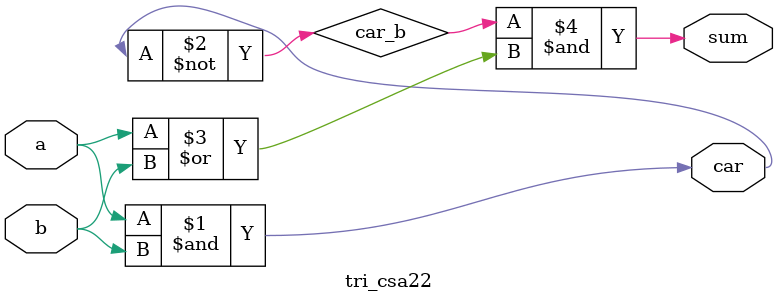
<source format=v>


`timescale 1 ns / 1 ns

module tri_csa22(
   a,
   b,
   car,
   sum
);
   input   a;
   input   b;
   output  car;
   output  sum;

   wire    car_b;
   wire    sum_b;

   assign car_b = (~(a & b));
   assign sum_b = (~(car_b & (a | b)));      // this is equiv to an xnor
   assign car = (~car_b);
   assign sum = (~sum_b);

endmodule

</source>
